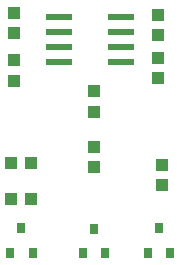
<source format=gtp>
G75*
%MOIN*%
%OFA0B0*%
%FSLAX25Y25*%
%IPPOS*%
%LPD*%
%AMOC8*
5,1,8,0,0,1.08239X$1,22.5*
%
%ADD10R,0.03937X0.04331*%
%ADD11R,0.08661X0.02362*%
%ADD12R,0.03150X0.03543*%
%ADD13R,0.04331X0.03937*%
D10*
X0490459Y0066714D03*
X0517129Y0063080D03*
X0538255Y0067541D03*
X0538255Y0074234D03*
X0538491Y0081871D03*
X0538491Y0088564D03*
X0490459Y0089273D03*
X0490459Y0082580D03*
X0490459Y0073407D03*
X0517129Y0056387D03*
X0517113Y0044627D03*
X0539829Y0038564D03*
X0517113Y0037934D03*
X0539829Y0031871D03*
D11*
X0525971Y0072993D03*
X0505499Y0072993D03*
X0505499Y0077993D03*
X0525971Y0077993D03*
X0525971Y0082993D03*
X0505499Y0082993D03*
X0505499Y0087993D03*
X0525971Y0087993D03*
D12*
X0489081Y0009234D03*
X0496562Y0009234D03*
X0513412Y0009115D03*
X0520892Y0009115D03*
X0534987Y0009234D03*
X0542467Y0009234D03*
X0538727Y0017501D03*
X0517152Y0017383D03*
X0492822Y0017501D03*
D13*
X0496010Y0027344D03*
X0489318Y0027344D03*
X0489318Y0039194D03*
X0496010Y0039194D03*
M02*

</source>
